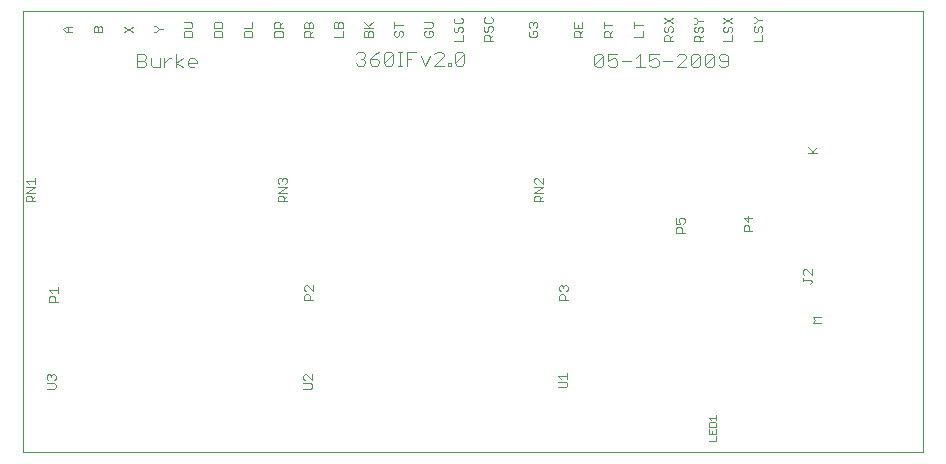
<source format=gto>
G75*
G70*
%OFA0B0*%
%FSLAX24Y24*%
%IPPOS*%
%LPD*%
%AMOC8*
5,1,8,0,0,1.08239X$1,22.5*
%
%ADD10C,0.0040*%
%ADD11C,0.0030*%
D10*
X000151Y000706D02*
X000151Y015406D01*
X030151Y015406D01*
X030151Y000706D01*
X000151Y000706D01*
X003943Y013536D02*
X004173Y013536D01*
X004250Y013612D01*
X004250Y013689D01*
X004173Y013766D01*
X003943Y013766D01*
X003943Y013996D02*
X004173Y013996D01*
X004250Y013919D01*
X004250Y013842D01*
X004173Y013766D01*
X004403Y013842D02*
X004403Y013612D01*
X004480Y013536D01*
X004710Y013536D01*
X004710Y013842D01*
X004863Y013842D02*
X004863Y013536D01*
X004863Y013689D02*
X005017Y013842D01*
X005094Y013842D01*
X005247Y013689D02*
X005477Y013842D01*
X005631Y013766D02*
X005707Y013842D01*
X005861Y013842D01*
X005938Y013766D01*
X005938Y013689D01*
X005631Y013689D01*
X005631Y013612D02*
X005631Y013766D01*
X005631Y013612D02*
X005707Y013536D01*
X005861Y013536D01*
X005477Y013536D02*
X005247Y013689D01*
X005247Y013536D02*
X005247Y013996D01*
X003943Y013996D02*
X003943Y013536D01*
X011251Y013672D02*
X011328Y013596D01*
X011481Y013596D01*
X011558Y013672D01*
X011558Y013749D01*
X011481Y013826D01*
X011405Y013826D01*
X011481Y013826D02*
X011558Y013902D01*
X011558Y013979D01*
X011481Y014056D01*
X011328Y014056D01*
X011251Y013979D01*
X011712Y013826D02*
X011942Y013826D01*
X012019Y013749D01*
X012019Y013672D01*
X011942Y013596D01*
X011788Y013596D01*
X011712Y013672D01*
X011712Y013826D01*
X011865Y013979D01*
X012019Y014056D01*
X012172Y013979D02*
X012249Y014056D01*
X012402Y014056D01*
X012479Y013979D01*
X012172Y013672D01*
X012249Y013596D01*
X012402Y013596D01*
X012479Y013672D01*
X012479Y013979D01*
X012632Y014056D02*
X012786Y014056D01*
X012709Y014056D02*
X012709Y013596D01*
X012632Y013596D02*
X012786Y013596D01*
X012939Y013596D02*
X012939Y014056D01*
X013246Y014056D01*
X013400Y013902D02*
X013553Y013596D01*
X013707Y013902D01*
X013860Y013979D02*
X013937Y014056D01*
X014090Y014056D01*
X014167Y013979D01*
X014167Y013902D01*
X013860Y013596D01*
X014167Y013596D01*
X014320Y013596D02*
X014397Y013596D01*
X014397Y013672D01*
X014320Y013672D01*
X014320Y013596D01*
X014551Y013672D02*
X014857Y013979D01*
X014857Y013672D01*
X014781Y013596D01*
X014627Y013596D01*
X014551Y013672D01*
X014551Y013979D01*
X014627Y014056D01*
X014781Y014056D01*
X014857Y013979D01*
X013093Y013826D02*
X012939Y013826D01*
X012172Y013672D02*
X012172Y013979D01*
X019187Y013919D02*
X019187Y013612D01*
X019494Y013919D01*
X019494Y013612D01*
X019417Y013536D01*
X019264Y013536D01*
X019187Y013612D01*
X019648Y013612D02*
X019724Y013536D01*
X019878Y013536D01*
X019955Y013612D01*
X019955Y013766D01*
X019878Y013842D01*
X019801Y013842D01*
X019648Y013766D01*
X019648Y013996D01*
X019955Y013996D01*
X020108Y013766D02*
X020415Y013766D01*
X020568Y013842D02*
X020722Y013996D01*
X020722Y013536D01*
X020875Y013536D02*
X020568Y013536D01*
X021029Y013612D02*
X021105Y013536D01*
X021259Y013536D01*
X021336Y013612D01*
X021336Y013766D01*
X021259Y013842D01*
X021182Y013842D01*
X021029Y013766D01*
X021029Y013996D01*
X021336Y013996D01*
X021489Y013766D02*
X021796Y013766D01*
X021949Y013919D02*
X022026Y013996D01*
X022180Y013996D01*
X022256Y013919D01*
X022256Y013842D01*
X021949Y013536D01*
X022256Y013536D01*
X022410Y013612D02*
X022486Y013536D01*
X022640Y013536D01*
X022717Y013612D01*
X022717Y013919D01*
X022410Y013612D01*
X022410Y013919D01*
X022486Y013996D01*
X022640Y013996D01*
X022717Y013919D01*
X022870Y013919D02*
X022947Y013996D01*
X023100Y013996D01*
X023177Y013919D01*
X022870Y013612D01*
X022947Y013536D01*
X023100Y013536D01*
X023177Y013612D01*
X023177Y013919D01*
X023330Y013919D02*
X023330Y013842D01*
X023407Y013766D01*
X023637Y013766D01*
X023637Y013919D02*
X023637Y013612D01*
X023561Y013536D01*
X023407Y013536D01*
X023330Y013612D01*
X023330Y013919D02*
X023407Y013996D01*
X023561Y013996D01*
X023637Y013919D01*
X022870Y013919D02*
X022870Y013612D01*
X019494Y013919D02*
X019417Y013996D01*
X019264Y013996D01*
X019187Y013919D01*
D11*
X019506Y014551D02*
X019506Y014696D01*
X019554Y014745D01*
X019651Y014745D01*
X019699Y014696D01*
X019699Y014551D01*
X019699Y014648D02*
X019796Y014745D01*
X019796Y014551D02*
X019506Y014551D01*
X019506Y014846D02*
X019506Y015039D01*
X019506Y014943D02*
X019796Y014943D01*
X020526Y014953D02*
X020816Y014953D01*
X020816Y014755D02*
X020816Y014561D01*
X020526Y014561D01*
X020526Y014856D02*
X020526Y015049D01*
X021516Y015006D02*
X021806Y015199D01*
X021806Y015006D02*
X021516Y015199D01*
X021564Y014905D02*
X021516Y014856D01*
X021516Y014760D01*
X021564Y014711D01*
X021613Y014711D01*
X021661Y014760D01*
X021661Y014856D01*
X021709Y014905D01*
X021758Y014905D01*
X021806Y014856D01*
X021806Y014760D01*
X021758Y014711D01*
X021806Y014610D02*
X021709Y014513D01*
X021709Y014562D02*
X021709Y014417D01*
X021806Y014417D02*
X021516Y014417D01*
X021516Y014562D01*
X021564Y014610D01*
X021661Y014610D01*
X021709Y014562D01*
X022516Y014552D02*
X022516Y014407D01*
X022806Y014407D01*
X022709Y014407D02*
X022709Y014552D01*
X022661Y014600D01*
X022564Y014600D01*
X022516Y014552D01*
X022564Y014701D02*
X022613Y014701D01*
X022661Y014750D01*
X022661Y014846D01*
X022709Y014895D01*
X022758Y014895D01*
X022806Y014846D01*
X022806Y014750D01*
X022758Y014701D01*
X022806Y014600D02*
X022709Y014503D01*
X022564Y014701D02*
X022516Y014750D01*
X022516Y014846D01*
X022564Y014895D01*
X022564Y014996D02*
X022661Y015093D01*
X022806Y015093D01*
X022661Y015093D02*
X022564Y015189D01*
X022516Y015189D01*
X022516Y014996D02*
X022564Y014996D01*
X023496Y015001D02*
X023786Y015194D01*
X023786Y015001D02*
X023496Y015194D01*
X023544Y014900D02*
X023496Y014851D01*
X023496Y014754D01*
X023544Y014706D01*
X023593Y014706D01*
X023641Y014754D01*
X023641Y014851D01*
X023689Y014900D01*
X023738Y014900D01*
X023786Y014851D01*
X023786Y014754D01*
X023738Y014706D01*
X023786Y014605D02*
X023786Y014411D01*
X023496Y014411D01*
X024506Y014421D02*
X024796Y014421D01*
X024796Y014615D01*
X024748Y014716D02*
X024796Y014764D01*
X024796Y014861D01*
X024748Y014910D01*
X024699Y014910D01*
X024651Y014861D01*
X024651Y014764D01*
X024603Y014716D01*
X024554Y014716D01*
X024506Y014764D01*
X024506Y014861D01*
X024554Y014910D01*
X024554Y015011D02*
X024651Y015107D01*
X024796Y015107D01*
X024651Y015107D02*
X024554Y015204D01*
X024506Y015204D01*
X024506Y015011D02*
X024554Y015011D01*
X018796Y015044D02*
X018796Y014851D01*
X018506Y014851D01*
X018506Y015044D01*
X018651Y014947D02*
X018651Y014851D01*
X018651Y014750D02*
X018699Y014701D01*
X018699Y014556D01*
X018699Y014653D02*
X018796Y014750D01*
X018651Y014750D02*
X018554Y014750D01*
X018506Y014701D01*
X018506Y014556D01*
X018796Y014556D01*
X017296Y014615D02*
X017296Y014711D01*
X017248Y014760D01*
X017151Y014760D01*
X017151Y014663D01*
X017054Y014566D02*
X017248Y014566D01*
X017296Y014615D01*
X017054Y014566D02*
X017006Y014615D01*
X017006Y014711D01*
X017054Y014760D01*
X017054Y014861D02*
X017006Y014909D01*
X017006Y015006D01*
X017054Y015054D01*
X017103Y015054D01*
X017151Y015006D01*
X017199Y015054D01*
X017248Y015054D01*
X017296Y015006D01*
X017296Y014909D01*
X017248Y014861D01*
X017151Y014958D02*
X017151Y015006D01*
X015801Y015069D02*
X015801Y015166D01*
X015753Y015214D01*
X015801Y015069D02*
X015753Y015021D01*
X015559Y015021D01*
X015511Y015069D01*
X015511Y015166D01*
X015559Y015214D01*
X015559Y014920D02*
X015511Y014871D01*
X015511Y014774D01*
X015559Y014726D01*
X015608Y014726D01*
X015656Y014774D01*
X015656Y014871D01*
X015704Y014920D01*
X015753Y014920D01*
X015801Y014871D01*
X015801Y014774D01*
X015753Y014726D01*
X015801Y014625D02*
X015704Y014528D01*
X015704Y014577D02*
X015704Y014431D01*
X015801Y014431D02*
X015511Y014431D01*
X015511Y014577D01*
X015559Y014625D01*
X015656Y014625D01*
X015704Y014577D01*
X014801Y014605D02*
X014801Y014411D01*
X014511Y014411D01*
X014559Y014706D02*
X014608Y014706D01*
X014656Y014754D01*
X014656Y014851D01*
X014704Y014900D01*
X014753Y014900D01*
X014801Y014851D01*
X014801Y014754D01*
X014753Y014706D01*
X014559Y014706D02*
X014511Y014754D01*
X014511Y014851D01*
X014559Y014900D01*
X014559Y015001D02*
X014753Y015001D01*
X014801Y015049D01*
X014801Y015146D01*
X014753Y015194D01*
X014559Y015194D02*
X014511Y015146D01*
X014511Y015049D01*
X014559Y015001D01*
X013811Y015006D02*
X013811Y014909D01*
X013763Y014861D01*
X013521Y014861D01*
X013569Y014760D02*
X013521Y014711D01*
X013521Y014614D01*
X013569Y014566D01*
X013763Y014566D01*
X013811Y014614D01*
X013811Y014711D01*
X013763Y014760D01*
X013666Y014760D01*
X013666Y014663D01*
X012811Y014701D02*
X012811Y014604D01*
X012763Y014556D01*
X012666Y014604D02*
X012666Y014701D01*
X012714Y014750D01*
X012763Y014750D01*
X012811Y014701D01*
X012666Y014604D02*
X012618Y014556D01*
X012569Y014556D01*
X012521Y014604D01*
X012521Y014701D01*
X012569Y014750D01*
X012521Y014851D02*
X012521Y015044D01*
X012521Y014947D02*
X012811Y014947D01*
X013521Y015054D02*
X013763Y015054D01*
X013811Y015006D01*
X011801Y015054D02*
X011656Y014909D01*
X011704Y014861D02*
X011511Y015054D01*
X011511Y014861D02*
X011801Y014861D01*
X011753Y014760D02*
X011801Y014711D01*
X011801Y014566D01*
X011511Y014566D01*
X011511Y014711D01*
X011559Y014760D01*
X011608Y014760D01*
X011656Y014711D01*
X011656Y014566D01*
X011656Y014711D02*
X011704Y014760D01*
X011753Y014760D01*
X010801Y014760D02*
X010801Y014566D01*
X010511Y014566D01*
X010511Y014861D02*
X010511Y015006D01*
X010559Y015054D01*
X010608Y015054D01*
X010656Y015006D01*
X010656Y014861D01*
X010656Y015006D02*
X010704Y015054D01*
X010753Y015054D01*
X010801Y015006D01*
X010801Y014861D01*
X010511Y014861D01*
X009811Y014851D02*
X009811Y014996D01*
X009763Y015044D01*
X009714Y015044D01*
X009666Y014996D01*
X009666Y014851D01*
X009666Y014750D02*
X009714Y014701D01*
X009714Y014556D01*
X009714Y014653D02*
X009811Y014750D01*
X009811Y014851D02*
X009521Y014851D01*
X009521Y014996D01*
X009569Y015044D01*
X009618Y015044D01*
X009666Y014996D01*
X009666Y014750D02*
X009569Y014750D01*
X009521Y014701D01*
X009521Y014556D01*
X009811Y014556D01*
X008811Y014566D02*
X008811Y014711D01*
X008763Y014760D01*
X008569Y014760D01*
X008521Y014711D01*
X008521Y014566D01*
X008811Y014566D01*
X008811Y014861D02*
X008521Y014861D01*
X008521Y015006D01*
X008569Y015054D01*
X008666Y015054D01*
X008714Y015006D01*
X008714Y014861D01*
X008714Y014957D02*
X008811Y015054D01*
X007791Y015044D02*
X007791Y014851D01*
X007501Y014851D01*
X007549Y014750D02*
X007501Y014701D01*
X007501Y014556D01*
X007791Y014556D01*
X007791Y014701D01*
X007743Y014750D01*
X007549Y014750D01*
X006791Y014711D02*
X006791Y014566D01*
X006501Y014566D01*
X006501Y014711D01*
X006549Y014760D01*
X006743Y014760D01*
X006791Y014711D01*
X006791Y014861D02*
X006501Y014861D01*
X006501Y015006D01*
X006549Y015054D01*
X006743Y015054D01*
X006791Y015006D01*
X006791Y014861D01*
X005791Y014899D02*
X005791Y014996D01*
X005743Y015044D01*
X005501Y015044D01*
X005501Y014851D02*
X005743Y014851D01*
X005791Y014899D01*
X005743Y014750D02*
X005549Y014750D01*
X005501Y014701D01*
X005501Y014556D01*
X005791Y014556D01*
X005791Y014701D01*
X005743Y014750D01*
X004816Y014808D02*
X004671Y014808D01*
X004574Y014904D01*
X004526Y014904D01*
X004671Y014808D02*
X004574Y014711D01*
X004526Y014711D01*
X003806Y014706D02*
X003516Y014899D01*
X003516Y014706D02*
X003806Y014899D01*
X002796Y014861D02*
X002796Y014716D01*
X002506Y014716D01*
X002506Y014861D01*
X002554Y014909D01*
X002603Y014909D01*
X002651Y014861D01*
X002651Y014716D01*
X002651Y014861D02*
X002699Y014909D01*
X002748Y014909D01*
X002796Y014861D01*
X001786Y014899D02*
X001593Y014899D01*
X001496Y014803D01*
X001593Y014706D01*
X001786Y014706D01*
X001641Y014706D02*
X001641Y014899D01*
X000536Y009853D02*
X000536Y009660D01*
X000536Y009757D02*
X000246Y009757D01*
X000343Y009660D01*
X000246Y009559D02*
X000536Y009559D01*
X000246Y009365D01*
X000536Y009365D01*
X000536Y009264D02*
X000439Y009167D01*
X000439Y009216D02*
X000439Y009071D01*
X000536Y009071D02*
X000246Y009071D01*
X000246Y009216D01*
X000294Y009264D01*
X000391Y009264D01*
X000439Y009216D01*
X001306Y006219D02*
X001306Y006026D01*
X001306Y006123D02*
X001016Y006123D01*
X001113Y006026D01*
X001161Y005925D02*
X001209Y005876D01*
X001209Y005731D01*
X001306Y005731D02*
X001016Y005731D01*
X001016Y005876D01*
X001064Y005925D01*
X001161Y005925D01*
X001139Y003309D02*
X001188Y003309D01*
X001236Y003260D01*
X001236Y003164D01*
X001188Y003115D01*
X001188Y003014D02*
X000946Y003014D01*
X000994Y003115D02*
X000946Y003164D01*
X000946Y003260D01*
X000994Y003309D01*
X001043Y003309D01*
X001091Y003260D01*
X001139Y003309D01*
X001091Y003260D02*
X001091Y003212D01*
X001188Y003014D02*
X001236Y002966D01*
X001236Y002869D01*
X001188Y002821D01*
X000946Y002821D01*
X009496Y002821D02*
X009738Y002821D01*
X009786Y002869D01*
X009786Y002966D01*
X009738Y003014D01*
X009496Y003014D01*
X009544Y003115D02*
X009496Y003164D01*
X009496Y003260D01*
X009544Y003309D01*
X009593Y003309D01*
X009786Y003115D01*
X009786Y003309D01*
X009806Y005781D02*
X009516Y005781D01*
X009516Y005926D01*
X009564Y005975D01*
X009661Y005975D01*
X009709Y005926D01*
X009709Y005781D01*
X009806Y006076D02*
X009613Y006269D01*
X009564Y006269D01*
X009516Y006221D01*
X009516Y006124D01*
X009564Y006076D01*
X009806Y006076D02*
X009806Y006269D01*
X008936Y009071D02*
X008646Y009071D01*
X008646Y009216D01*
X008694Y009264D01*
X008791Y009264D01*
X008839Y009216D01*
X008839Y009071D01*
X008839Y009167D02*
X008936Y009264D01*
X008936Y009365D02*
X008646Y009365D01*
X008936Y009559D01*
X008646Y009559D01*
X008694Y009660D02*
X008646Y009708D01*
X008646Y009805D01*
X008694Y009853D01*
X008743Y009853D01*
X008791Y009805D01*
X008839Y009853D01*
X008888Y009853D01*
X008936Y009805D01*
X008936Y009708D01*
X008888Y009660D01*
X008791Y009757D02*
X008791Y009805D01*
X017196Y009805D02*
X017196Y009708D01*
X017244Y009660D01*
X017196Y009559D02*
X017486Y009559D01*
X017196Y009365D01*
X017486Y009365D01*
X017486Y009264D02*
X017389Y009167D01*
X017389Y009216D02*
X017389Y009071D01*
X017486Y009071D02*
X017196Y009071D01*
X017196Y009216D01*
X017244Y009264D01*
X017341Y009264D01*
X017389Y009216D01*
X017486Y009660D02*
X017293Y009853D01*
X017244Y009853D01*
X017196Y009805D01*
X017486Y009853D02*
X017486Y009660D01*
X021916Y008519D02*
X021916Y008326D01*
X022061Y008326D01*
X022013Y008423D01*
X022013Y008471D01*
X022061Y008519D01*
X022158Y008519D01*
X022206Y008471D01*
X022206Y008374D01*
X022158Y008326D01*
X022061Y008225D02*
X022109Y008176D01*
X022109Y008031D01*
X022206Y008031D02*
X021916Y008031D01*
X021916Y008176D01*
X021964Y008225D01*
X022061Y008225D01*
X024166Y008226D02*
X024166Y008081D01*
X024456Y008081D01*
X024359Y008081D02*
X024359Y008226D01*
X024311Y008275D01*
X024214Y008275D01*
X024166Y008226D01*
X024311Y008376D02*
X024166Y008521D01*
X024456Y008521D01*
X024311Y008569D02*
X024311Y008376D01*
X026146Y006760D02*
X026194Y006809D01*
X026243Y006809D01*
X026436Y006615D01*
X026436Y006809D01*
X026146Y006760D02*
X026146Y006664D01*
X026194Y006615D01*
X026146Y006514D02*
X026146Y006417D01*
X026146Y006466D02*
X026388Y006466D01*
X026436Y006417D01*
X026436Y006369D01*
X026388Y006321D01*
X026466Y005219D02*
X026756Y005219D01*
X026756Y005026D02*
X026466Y005026D01*
X026563Y005123D01*
X026466Y005219D01*
X023236Y001937D02*
X023236Y001790D01*
X023236Y001864D02*
X023016Y001864D01*
X023089Y001790D01*
X023053Y001707D02*
X023016Y001670D01*
X023016Y001560D01*
X023236Y001560D01*
X023236Y001670D01*
X023199Y001707D01*
X023053Y001707D01*
X023016Y001477D02*
X023016Y001330D01*
X023236Y001330D01*
X023236Y001477D01*
X023126Y001403D02*
X023126Y001330D01*
X023236Y001247D02*
X023236Y001100D01*
X023016Y001100D01*
X018286Y002919D02*
X018238Y002871D01*
X017996Y002871D01*
X018286Y002919D02*
X018286Y003016D01*
X018238Y003064D01*
X017996Y003064D01*
X018093Y003165D02*
X017996Y003262D01*
X018286Y003262D01*
X018286Y003165D02*
X018286Y003359D01*
X018306Y005781D02*
X018016Y005781D01*
X018016Y005926D01*
X018064Y005975D01*
X018161Y005975D01*
X018209Y005926D01*
X018209Y005781D01*
X018258Y006076D02*
X018306Y006124D01*
X018306Y006221D01*
X018258Y006269D01*
X018209Y006269D01*
X018161Y006221D01*
X018161Y006173D01*
X018161Y006221D02*
X018113Y006269D01*
X018064Y006269D01*
X018016Y006221D01*
X018016Y006124D01*
X018064Y006076D01*
X026316Y010676D02*
X026606Y010676D01*
X026509Y010676D02*
X026316Y010869D01*
X026461Y010724D02*
X026606Y010869D01*
M02*

</source>
